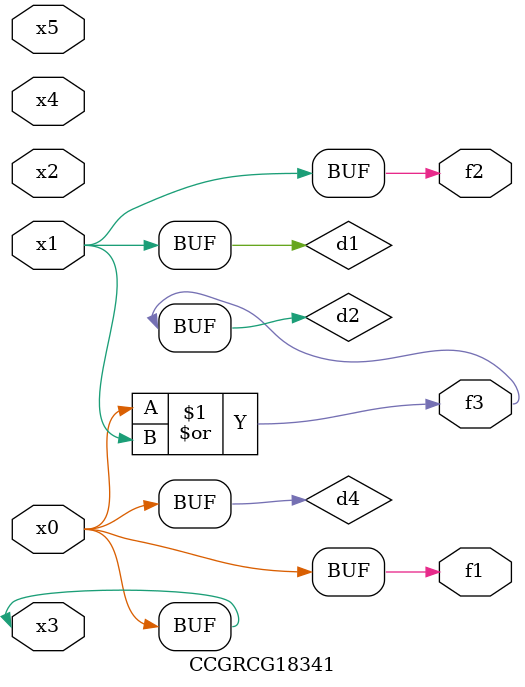
<source format=v>
module CCGRCG18341(
	input x0, x1, x2, x3, x4, x5,
	output f1, f2, f3
);

	wire d1, d2, d3, d4;

	and (d1, x1);
	or (d2, x0, x1);
	nand (d3, x0, x5);
	buf (d4, x0, x3);
	assign f1 = d4;
	assign f2 = d1;
	assign f3 = d2;
endmodule

</source>
